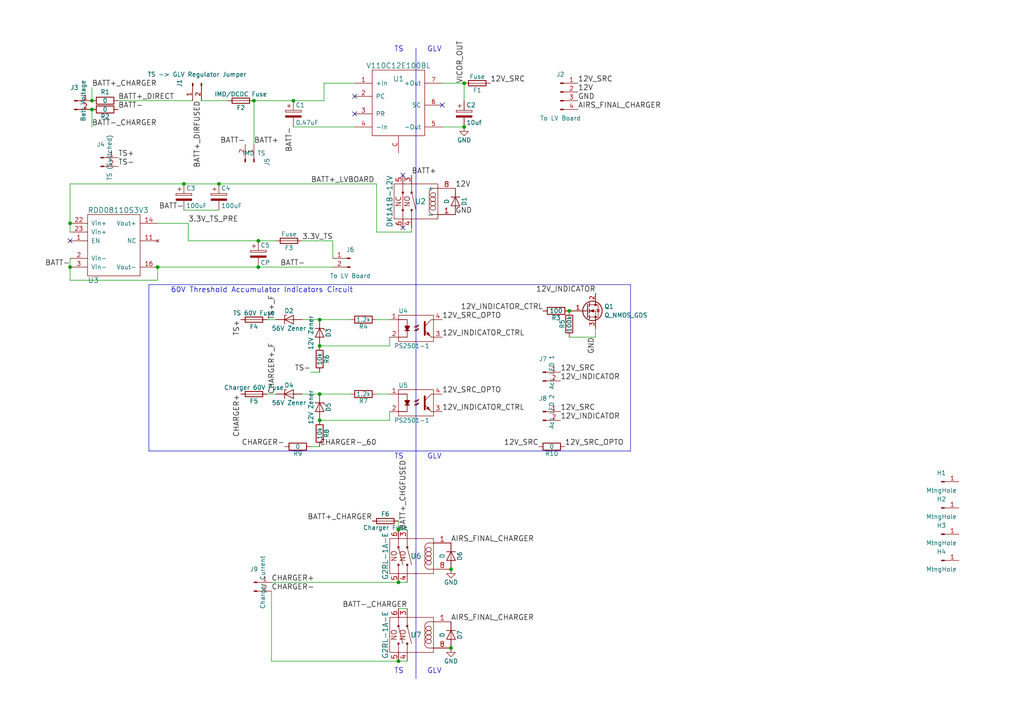
<source format=kicad_sch>
(kicad_sch (version 20230121) (generator eeschema)
  (paper "A4")
  (lib_symbols
    (symbol "AccumulatorBoardHV-rescue:CP" (pin_numbers hide) (pin_names (offset 0.254))
      (property "Reference" "C" (at 0.635 2.54 0))
      (property "Value" "CP" (at 0.635 -2.54 0))
      (symbol "CP_0_1"
        (rectangle (start -2.286 0.508) (end -2.286 1.016))
        (rectangle (start -2.286 0.508) (end 2.286 0.508))
        (polyline (pts (xy -1.778 2.286) (xy -0.762 2.286)))
        (polyline (pts (xy -1.27 2.794) (xy -1.27 1.778)))
        (rectangle (start 2.286 -0.508) (end -2.286 -1.016) (fill (type outline)))
        (rectangle (start 2.286 1.016) (end -2.286 1.016))
        (rectangle (start 2.286 1.016) (end 2.286 0.508))
      )
      (symbol "CP_1_1"
        (pin passive line (at 0 3.81 270) (length 2.794) (name "~") (number "1"))
        (pin passive line (at 0 -3.81 90) (length 2.794) (name "~") (number "2"))
      )
    )
    (symbol "AccumulatorBoardHV-rescue:Conn_01x01_Male" (pin_names (offset 1.016) hide)
      (property "Reference" "J" (at 0 2.54 0))
      (property "Value" "Conn_01x01_Male" (at 0 -2.54 0))
      (symbol "Conn_01x01_Male_1_1"
        (polyline (pts (xy 1.27 0) (xy 0.8636 0)) (stroke (width 0.1524)))
        (rectangle (start 0.8636 0.127) (end 0 -0.127) (stroke (width 0.1524)) (fill (type outline)))
        (pin passive line (at 5.08 0 180) (length 3.81) (name "Pin_1") (number "1"))
      )
    )
    (symbol "AccumulatorBoardHV-rescue:Conn_01x02_Male" (pin_names (offset 1.016) hide)
      (property "Reference" "J" (at 0 2.54 0))
      (property "Value" "Conn_01x02_Male" (at 0 -5.08 0))
      (symbol "Conn_01x02_Male_1_1"
        (polyline (pts (xy 1.27 -2.54) (xy 0.8636 -2.54)) (stroke (width 0.1524)))
        (polyline (pts (xy 1.27 0) (xy 0.8636 0)) (stroke (width 0.1524)))
        (rectangle (start 0.8636 -2.413) (end 0 -2.667) (stroke (width 0.1524)) (fill (type outline)))
        (rectangle (start 0.8636 0.127) (end 0 -0.127) (stroke (width 0.1524)) (fill (type outline)))
        (pin passive line (at 5.08 0 180) (length 3.81) (name "Pin_1") (number "1"))
        (pin passive line (at 5.08 -2.54 180) (length 3.81) (name "Pin_2") (number "2"))
      )
    )
    (symbol "AccumulatorBoardHV-rescue:Conn_01x04_Male" (pin_names (offset 1.016) hide)
      (property "Reference" "J" (at 0 5.08 0))
      (property "Value" "Conn_01x04_Male" (at 0 -7.62 0))
      (symbol "Conn_01x04_Male_1_1"
        (polyline (pts (xy 1.27 -5.08) (xy 0.8636 -5.08)) (stroke (width 0.1524)))
        (polyline (pts (xy 1.27 -2.54) (xy 0.8636 -2.54)) (stroke (width 0.1524)))
        (polyline (pts (xy 1.27 0) (xy 0.8636 0)) (stroke (width 0.1524)))
        (polyline (pts (xy 1.27 2.54) (xy 0.8636 2.54)) (stroke (width 0.1524)))
        (rectangle (start 0.8636 -4.953) (end 0 -5.207) (stroke (width 0.1524)) (fill (type outline)))
        (rectangle (start 0.8636 -2.413) (end 0 -2.667) (stroke (width 0.1524)) (fill (type outline)))
        (rectangle (start 0.8636 0.127) (end 0 -0.127) (stroke (width 0.1524)) (fill (type outline)))
        (rectangle (start 0.8636 2.667) (end 0 2.413) (stroke (width 0.1524)) (fill (type outline)))
        (pin passive line (at 5.08 2.54 180) (length 3.81) (name "Pin_1") (number "1"))
        (pin passive line (at 5.08 0 180) (length 3.81) (name "Pin_2") (number "2"))
        (pin passive line (at 5.08 -2.54 180) (length 3.81) (name "Pin_3") (number "3"))
        (pin passive line (at 5.08 -5.08 180) (length 3.81) (name "Pin_4") (number "4"))
      )
    )
    (symbol "AccumulatorBoardHV-rescue:D" (pin_numbers hide) (pin_names (offset 1.016) hide)
      (property "Reference" "D" (at 0 2.54 0))
      (property "Value" "D" (at 0 -2.54 0))
      (symbol "D_0_1"
        (polyline (pts (xy -1.27 1.27) (xy -1.27 -1.27)) (stroke (width 0.2032)))
        (polyline (pts (xy 1.27 0) (xy -1.27 0)))
        (polyline (pts (xy 1.27 1.27) (xy 1.27 -1.27) (xy -1.27 0) (xy 1.27 1.27)) (stroke (width 0.2032)))
      )
      (symbol "D_1_1"
        (pin passive line (at -3.81 0 0) (length 2.54) (name "K") (number "1"))
        (pin passive line (at 3.81 0 180) (length 2.54) (name "A") (number "2"))
      )
    )
    (symbol "AccumulatorBoardHV-rescue:DK1A1B-12V" (pin_names (offset 1.016))
      (property "Reference" "U" (at -2.54 0 0))
      (property "Value" "DK1A1B-12V" (at 6.35 0 90))
      (symbol "DK1A1B-12V_0_0"
        (text "NC" (at 3.81 0 900) (effects (font (size 1.524 1.524))))
        (text "NO" (at 1.27 0 900) (effects (font (size 1.524 1.524))))
      )
      (symbol "DK1A1B-12V_0_1"
        (arc (start -6.35 -3.81) (mid -5.0855 -2.54) (end -6.35 -1.27) (stroke (width 0.1524)))
        (arc (start -6.35 -2.54) (mid -5.0855 -1.27) (end -6.35 0) (stroke (width 0.1524)))
        (arc (start -6.35 -1.27) (mid -6.9823 -1.905) (end -6.35 -2.54) (stroke (width 0.1524)))
        (arc (start -6.35 -1.27) (mid -5.0855 0) (end -6.35 1.27) (stroke (width 0.1524)))
        (arc (start -6.35 0) (mid -6.9823 -0.635) (end -6.35 -1.27) (stroke (width 0.1524)))
        (arc (start -6.35 0) (mid -5.0855 1.27) (end -6.35 2.54) (stroke (width 0.1524)))
        (arc (start -6.35 1.27) (mid -6.9823 0.635) (end -6.35 0) (stroke (width 0.1524)))
        (arc (start -6.35 1.27) (mid -5.0855 2.54) (end -6.35 3.81) (stroke (width 0.1524)))
        (arc (start -6.35 2.54) (mid -6.9823 1.905) (end -6.35 1.27) (stroke (width 0.1524)))
        (circle (center 0 -2.54) (radius 0.254) (stroke (width 0.1524)) (fill (type outline)))
        (polyline (pts (xy -7.62 -3.81) (xy -6.35 -3.81)) (stroke (width 0.1524)))
        (polyline (pts (xy -7.62 3.81) (xy -6.35 3.81)) (stroke (width 0.1524)))
        (polyline (pts (xy 0 -5.08) (xy 0 -2.54)) (stroke (width 0.1524)))
        (polyline (pts (xy 2.54 -5.08) (xy 2.54 5.08)) (stroke (width 0.1524)) (fill (type outline)))
        (polyline (pts (xy 0 5.08) (xy 0 2.54) (xy -1.27 -2.54)) (stroke (width 0.1524)))
        (circle (center 0 2.54) (radius 0.254) (stroke (width 0.1524)) (fill (type outline)))
        (circle (center 2.54 -2.54) (radius 0.254) (stroke (width 0.1524)) (fill (type outline)))
        (circle (center 2.54 2.54) (radius 0.254) (stroke (width 0.1524)) (fill (type outline)))
        (rectangle (start 5.08 5.08) (end -7.62 -5.08) (stroke (width 0.1524)))
      )
      (symbol "DK1A1B-12V_1_1"
        (pin power_in line (at -12.7 -3.81 0) (length 5.08) (name "-") (number "1"))
        (pin passive line (at 0 7.62 270) (length 2.54) (name "~") (number "3"))
        (pin passive line (at 0 -7.62 90) (length 2.54) (name "~") (number "4"))
        (pin passive line (at 2.54 7.62 270) (length 2.54) (name "~") (number "5"))
        (pin passive line (at 2.54 -7.62 90) (length 2.54) (name "~") (number "6"))
        (pin power_in line (at -12.7 3.81 0) (length 5.08) (name "+") (number "8"))
      )
    )
    (symbol "AccumulatorBoardHV-rescue:D_Zener" (pin_numbers hide) (pin_names (offset 1.016) hide)
      (property "Reference" "D" (at 0 2.54 0))
      (property "Value" "D_Zener" (at 0 -2.54 0))
      (symbol "D_Zener_0_1"
        (polyline (pts (xy 1.27 0) (xy -1.27 0)))
        (polyline (pts (xy -1.27 -1.27) (xy -1.27 1.27) (xy -0.762 1.27)) (stroke (width 0.2032)))
        (polyline (pts (xy 1.27 -1.27) (xy 1.27 1.27) (xy -1.27 0) (xy 1.27 -1.27)) (stroke (width 0.2032)))
      )
      (symbol "D_Zener_1_1"
        (pin passive line (at -3.81 0 0) (length 2.54) (name "K") (number "1"))
        (pin passive line (at 3.81 0 180) (length 2.54) (name "A") (number "2"))
      )
    )
    (symbol "AccumulatorBoardHV-rescue:Fuse" (pin_numbers hide) (pin_names (offset 0))
      (property "Reference" "F" (at 2.032 0 90))
      (property "Value" "Fuse" (at -1.905 0 90))
      (symbol "Fuse_0_1"
        (rectangle (start -0.762 -2.54) (end 0.762 2.54) (stroke (width 0.254)))
        (polyline (pts (xy 0 2.54) (xy 0 -2.54)))
      )
      (symbol "Fuse_1_1"
        (pin passive line (at 0 3.81 270) (length 1.27) (name "~") (number "1"))
        (pin passive line (at 0 -3.81 90) (length 1.27) (name "~") (number "2"))
      )
    )
    (symbol "AccumulatorBoardHV-rescue:G2RL-1A-E" (pin_names (offset 1.016))
      (property "Reference" "U" (at -2.54 0 0))
      (property "Value" "G2RL-1A-E" (at 6.35 0 90))
      (symbol "G2RL-1A-E_0_0"
        (text "NO" (at 1.27 0 900) (effects (font (size 1.524 1.524))))
        (text "NO" (at 3.81 0 900) (effects (font (size 1.524 1.524))))
      )
      (symbol "G2RL-1A-E_0_1"
        (arc (start -6.35 -3.81) (mid -5.0855 -2.54) (end -6.35 -1.27) (stroke (width 0.1524)))
        (arc (start -6.35 -2.54) (mid -5.0855 -1.27) (end -6.35 0) (stroke (width 0.1524)))
        (arc (start -6.35 -1.27) (mid -6.9823 -1.905) (end -6.35 -2.54) (stroke (width 0.1524)))
        (arc (start -6.35 -1.27) (mid -5.0855 0) (end -6.35 1.27) (stroke (width 0.1524)))
        (arc (start -6.35 0) (mid -6.9823 -0.635) (end -6.35 -1.27) (stroke (width 0.1524)))
        (arc (start -6.35 0) (mid -5.0855 1.27) (end -6.35 2.54) (stroke (width 0.1524)))
        (arc (start -6.35 1.27) (mid -6.9823 0.635) (end -6.35 0) (stroke (width 0.1524)))
        (arc (start -6.35 1.27) (mid -5.0855 2.54) (end -6.35 3.81) (stroke (width 0.1524)))
        (arc (start -6.35 2.54) (mid -6.9823 1.905) (end -6.35 1.27) (stroke (width 0.1524)))
        (circle (center 0 -2.54) (radius 0.254) (stroke (width 0.1524)) (fill (type outline)))
        (polyline (pts (xy -7.62 -3.81) (xy -6.35 -3.81)) (stroke (width 0.1524)))
        (polyline (pts (xy -7.62 3.81) (xy -6.35 3.81)) (stroke (width 0.1524)))
        (polyline (pts (xy 0 -5.08) (xy 0 -2.54)) (stroke (width 0.1524)))
        (polyline (pts (xy 2.54 -5.08) (xy 2.54 -2.54)) (stroke (width 0.1524)))
        (polyline (pts (xy 0 5.08) (xy 0 2.54) (xy -1.27 -2.54)) (stroke (width 0.1524)))
        (polyline (pts (xy 2.54 5.08) (xy 2.54 2.54) (xy 1.27 -2.54)) (stroke (width 0.1524)))
        (circle (center 0 2.54) (radius 0.254) (stroke (width 0.1524)) (fill (type outline)))
        (circle (center 2.54 -2.54) (radius 0.254) (stroke (width 0.1524)) (fill (type outline)))
        (circle (center 2.54 2.54) (radius 0.254) (stroke (width 0.1524)) (fill (type outline)))
        (rectangle (start 5.08 5.08) (end -7.62 -5.08) (stroke (width 0.1524)))
      )
      (symbol "G2RL-1A-E_1_1"
        (pin power_in line (at -12.7 3.81 0) (length 5.08) (name "~") (number "1"))
        (pin passive line (at 0 7.62 270) (length 2.54) (name "~") (number "3"))
        (pin passive line (at 0 -7.62 90) (length 2.54) (name "~") (number "4"))
        (pin passive line (at 2.54 -7.62 90) (length 2.54) (name "~") (number "5"))
        (pin passive line (at 2.54 7.62 270) (length 2.54) (name "~") (number "6"))
        (pin power_in line (at -12.7 -3.81 0) (length 5.08) (name "~") (number "8"))
      )
    )
    (symbol "AccumulatorBoardHV-rescue:GND" (power) (pin_names (offset 0))
      (property "Value" "GND" (at 0 -3.81 0))
      (symbol "GND_0_1"
        (polyline (pts (xy 0 0) (xy 0 -1.27) (xy 1.27 -1.27) (xy 0 -2.54) (xy -1.27 -1.27) (xy 0 -1.27)))
      )
      (symbol "GND_1_1"
        (pin power_in line (at 0 0 270) (length 0) hide (name "GND") (number "1"))
      )
    )
    (symbol "AccumulatorBoardHV-rescue:PS2501-1" (pin_names (offset 1.016))
      (property "Reference" "U" (at -5.08 5.08 0))
      (property "Value" "PS2501-1" (at -6.35 -5.08 0))
      (symbol "PS2501-1_0_1"
        (rectangle (start -5.08 3.81) (end 5.08 -3.81))
        (polyline (pts (xy -3.175 -0.635) (xy -1.905 -0.635)) (stroke (width 0.254)))
        (polyline (pts (xy -3.175 -0.635) (xy -1.905 -0.635)) (stroke (width 0.254)))
        (polyline (pts (xy 2.54 0.635) (xy 4.445 2.54)))
        (polyline (pts (xy 4.445 -2.54) (xy 2.54 -0.635)) (fill (type outline)))
        (polyline (pts (xy 4.445 -2.54) (xy 5.08 -2.54)))
        (polyline (pts (xy 4.445 2.54) (xy 5.08 2.54)))
        (polyline (pts (xy -5.08 2.54) (xy -2.54 2.54) (xy -2.54 0.635)))
        (polyline (pts (xy -5.08 2.54) (xy -2.54 2.54) (xy -2.54 0.635)))
        (polyline (pts (xy -2.54 -0.635) (xy -2.54 -2.54) (xy -5.08 -2.54)))
        (polyline (pts (xy -2.54 -0.635) (xy -2.54 -2.54) (xy -5.08 -2.54)))
        (polyline (pts (xy 2.54 1.905) (xy 2.54 -1.905) (xy 2.54 -1.905)) (stroke (width 0.508)))
        (polyline (pts (xy -2.54 -0.635) (xy -3.175 0.635) (xy -1.905 0.635) (xy -2.54 -0.635)) (stroke (width 0.254)) (fill (type outline)))
        (polyline (pts (xy -2.54 -0.635) (xy -3.175 0.635) (xy -1.905 0.635) (xy -2.54 -0.635)) (stroke (width 0.254)) (fill (type outline)))
        (polyline (pts (xy -0.508 0.254) (xy 0.0254 0.762) (xy 0.0254 0.254) (xy 0.7874 1.016)))
        (polyline (pts (xy -0.508 0.254) (xy 0.0254 0.762) (xy 0.0254 0.254) (xy 0.7874 1.016)))
        (polyline (pts (xy 0.7874 1.016) (xy 0.2794 0.762) (xy 0.5334 0.508) (xy 0.7874 1.016)))
        (polyline (pts (xy 3.048 -1.651) (xy 3.556 -1.143) (xy 4.064 -2.159) (xy 3.048 -1.651) (xy 3.048 -1.651)) (fill (type outline)))
        (polyline (pts (xy -0.508 -0.762) (xy 0.0254 -0.254) (xy 0.0254 -0.762) (xy 0.7874 0) (xy 0.2794 -0.254) (xy 0.5334 -0.508) (xy 0.7874 0)))
        (polyline (pts (xy -0.508 -0.762) (xy 0.0254 -0.254) (xy 0.0254 -0.762) (xy 0.7874 0) (xy 0.2794 -0.254) (xy 0.5334 -0.508) (xy 0.7874 0)))
      )
      (symbol "PS2501-1_1_1"
        (pin passive line (at -7.62 2.54 0) (length 2.54) (name "~") (number "1"))
        (pin passive line (at -7.62 -2.54 0) (length 2.54) (name "~") (number "2"))
        (pin passive line (at 7.62 -2.54 180) (length 2.54) (name "~") (number "3"))
        (pin passive line (at 7.62 2.54 180) (length 2.54) (name "~") (number "4"))
      )
    )
    (symbol "AccumulatorBoardHV-rescue:Q_NMOS_GDS" (pin_names (offset 0) hide)
      (property "Reference" "Q" (at 5.08 1.27 0))
      (property "Value" "Q_NMOS_GDS" (at 5.08 -1.27 0))
      (symbol "Q_NMOS_GDS_0_1"
        (polyline (pts (xy 0.0508 0) (xy 0.254 0)))
        (polyline (pts (xy 0.762 -1.778) (xy 2.54 -1.778)))
        (polyline (pts (xy 0.762 -1.27) (xy 0.762 -2.286)) (stroke (width 0.254)))
        (polyline (pts (xy 0.762 0) (xy 2.54 0)))
        (polyline (pts (xy 0.762 0.508) (xy 0.762 -0.508)) (stroke (width 0.254)))
        (polyline (pts (xy 0.762 1.778) (xy 2.54 1.778)))
        (polyline (pts (xy 0.762 2.286) (xy 0.762 1.27)) (stroke (width 0.254)))
        (polyline (pts (xy 2.54 -1.778) (xy 2.54 -2.54)))
        (polyline (pts (xy 2.54 -1.778) (xy 2.54 0)))
        (polyline (pts (xy 2.54 2.54) (xy 2.54 1.778)))
        (polyline (pts (xy 0.254 1.905) (xy 0.254 -1.905) (xy 0.254 -1.905)) (stroke (width 0.254)))
        (polyline (pts (xy 1.016 0) (xy 2.032 0.381) (xy 2.032 -0.381) (xy 1.016 0)) (fill (type outline)))
        (polyline (pts (xy 2.54 -1.778) (xy 3.302 -1.778) (xy 3.302 1.778) (xy 2.54 1.778)))
        (polyline (pts (xy 2.794 0.508) (xy 2.921 0.381) (xy 3.683 0.381) (xy 3.81 0.254)))
        (polyline (pts (xy 3.302 0.381) (xy 2.921 -0.254) (xy 3.683 -0.254) (xy 3.302 0.381)))
        (circle (center 1.651 0) (radius 2.8194) (stroke (width 0.254)))
        (circle (center 2.54 -1.778) (radius 0.2794) (fill (type outline)))
        (circle (center 2.54 1.778) (radius 0.2794) (fill (type outline)))
      )
      (symbol "Q_NMOS_GDS_1_1"
        (pin input line (at -5.08 0 0) (length 5.08) (name "G") (number "1"))
        (pin passive line (at 2.54 5.08 270) (length 2.54) (name "D") (number "2"))
        (pin passive line (at 2.54 -5.08 90) (length 2.54) (name "S") (number "3"))
      )
    )
    (symbol "AccumulatorBoardHV-rescue:R" (pin_numbers hide) (pin_names (offset 0))
      (property "Reference" "R" (at 2.032 0 90))
      (property "Value" "R" (at 0 0 90))
      (symbol "R_0_1"
        (rectangle (start -1.016 -2.54) (end 1.016 2.54) (stroke (width 0.254)))
      )
      (symbol "R_1_1"
        (pin passive line (at 0 3.81 270) (length 1.27) (name "~") (number "1"))
        (pin passive line (at 0 -3.81 90) (length 1.27) (name "~") (number "2"))
      )
    )
    (symbol "AccumulatorBoardHV-rescue:RDD08110S3V3" (pin_names (offset 1.016))
      (property "Reference" "U" (at -7.62 -10.16 0))
      (property "Value" "RDD08110S3V3" (at -7.62 10.16 0))
      (symbol "RDD08110S3V3_0_1"
        (rectangle (start -7.62 8.89) (end 7.62 -8.89))
      )
      (symbol "RDD08110S3V3_1_1"
        (pin input line (at -12.7 1.27 0) (length 5.08) (name "EN") (number "1"))
        (pin no_connect line (at 12.7 1.27 180) (length 5.08) (name "NC") (number "11"))
        (pin power_out line (at 12.7 6.35 180) (length 5.08) (name "Vout+") (number "14"))
        (pin power_out line (at 12.7 -6.35 180) (length 5.08) (name "Vout-") (number "16"))
        (pin power_in line (at -12.7 -3.81 0) (length 5.08) (name "Vin-") (number "2"))
        (pin power_in line (at -12.7 6.35 0) (length 5.08) (name "Vin+") (number "22"))
        (pin power_in line (at -12.7 3.81 0) (length 5.08) (name "Vin+") (number "23"))
        (pin power_in line (at -12.7 -6.35 0) (length 5.08) (name "Vin-") (number "3"))
      )
    )
    (symbol "AccumulatorBoardHV-rescue:V110C12E100BL" (pin_names (offset 1.016))
      (property "Reference" "U" (at 0 7.62 0))
      (property "Value" "V110C12E100BL" (at 0 11.43 0))
      (symbol "V110C12E100BL_0_1"
        (rectangle (start -7.62 10.16) (end 7.62 -8.89))
      )
      (symbol "V110C12E100BL_1_1"
        (pin input line (at -12.7 6.35 0) (length 5.08) (name "+In") (number "1"))
        (pin input line (at -12.7 2.54 0) (length 5.08) (name "PC") (number "2"))
        (pin input line (at -12.7 -2.54 0) (length 5.08) (name "PR") (number "3"))
        (pin input line (at -12.7 -6.35 0) (length 5.08) (name "-In") (number "4"))
        (pin input line (at 12.7 -6.35 180) (length 5.08) (name "-Out") (number "5"))
        (pin input line (at 12.7 0 180) (length 5.08) (name "SC") (number "6"))
        (pin input line (at 12.7 6.35 180) (length 5.08) (name "+Out") (number "7"))
        (pin input line (at 0 -13.97 90) (length 5.08) (name "~") (number "C"))
      )
    )
  )
  (junction (at 130.81 187.96))
  (junction (at 45.72 77.47))
  (junction (at 165.1 90.17))
  (junction (at 53.34 53.34))
  (junction (at 134.62 24.13))
  (junction (at 73.66 29.21))
  (junction (at 134.62 36.83))
  (junction (at 20.32 77.47))
  (junction (at 74.93 77.47))
  (junction (at 26.67 31.75))
  (junction (at 92.71 92.71))
  (junction (at 85.09 29.21))
  (junction (at 20.32 64.77))
  (junction (at 74.93 69.85))
  (junction (at 92.71 114.3))
  (junction (at 26.67 29.21))
  (junction (at 92.71 121.92))
  (junction (at 115.57 168.91))
  (junction (at 92.71 100.33))
  (junction (at 130.81 165.1))
  (junction (at 63.5 53.34))
  (junction (at 115.57 191.77))
  (junction (at 115.57 153.67))
  (no_connect (at 20.32 69.85))
  (no_connect (at 102.87 33.02))
  (no_connect (at 102.87 27.94))
  (no_connect (at 128.27 30.48))
  (no_connect (at 116.84 66.04))
  (no_connect (at 116.84 50.8))
  (wire (pts (xy 77.47 92.71) (xy 80.01 92.71)))
  (wire (pts (xy 92.71 107.95) (xy 90.17 107.95)))
  (polyline (pts (xy 182.88 130.81) (xy 182.88 82.55)))
  (wire (pts (xy 20.32 74.93) (xy 20.32 77.47)))
  (wire (pts (xy 115.57 168.91) (xy 118.11 168.91)))
  (wire (pts (xy 119.38 67.31) (xy 109.22 67.31)))
  (wire (pts (xy 54.61 69.85) (xy 74.93 69.85)))
  (wire (pts (xy 165.1 97.79) (xy 172.72 97.79)))
  (wire (pts (xy 26.67 29.21) (xy 26.67 25.4)))
  (wire (pts (xy 77.47 114.3) (xy 80.01 114.3)))
  (wire (pts (xy 87.63 114.3) (xy 92.71 114.3)))
  (wire (pts (xy 115.57 153.67) (xy 118.11 153.67)))
  (wire (pts (xy 20.32 53.34) (xy 20.32 64.77)))
  (wire (pts (xy 119.38 66.04) (xy 119.38 67.31)))
  (wire (pts (xy 96.52 69.85) (xy 96.52 74.93)))
  (wire (pts (xy 172.72 97.79) (xy 172.72 95.25)))
  (wire (pts (xy 93.98 24.13) (xy 102.87 24.13)))
  (wire (pts (xy 134.62 24.13) (xy 134.62 29.21)))
  (wire (pts (xy 109.22 67.31) (xy 109.22 53.34)))
  (wire (pts (xy 45.72 77.47) (xy 74.93 77.47)))
  (wire (pts (xy 93.98 29.21) (xy 93.98 24.13)))
  (wire (pts (xy 113.03 121.92) (xy 113.03 119.38)))
  (wire (pts (xy 20.32 53.34) (xy 53.34 53.34)))
  (wire (pts (xy 113.03 100.33) (xy 113.03 97.79)))
  (wire (pts (xy 92.71 92.71) (xy 101.6 92.71)))
  (wire (pts (xy 92.71 121.92) (xy 113.03 121.92)))
  (wire (pts (xy 92.71 100.33) (xy 113.03 100.33)))
  (wire (pts (xy 78.74 171.45) (xy 78.74 191.77)))
  (wire (pts (xy 74.93 77.47) (xy 96.52 77.47)))
  (polyline (pts (xy 43.18 82.55) (xy 182.88 82.55)))
  (wire (pts (xy 20.32 81.28) (xy 45.72 81.28)))
  (wire (pts (xy 63.5 60.96) (xy 53.34 60.96)))
  (wire (pts (xy 87.63 92.71) (xy 92.71 92.71)))
  (wire (pts (xy 74.93 69.85) (xy 80.01 69.85)))
  (wire (pts (xy 58.42 29.21) (xy 66.04 29.21)))
  (wire (pts (xy 115.57 191.77) (xy 118.11 191.77)))
  (wire (pts (xy 85.09 36.83) (xy 102.87 36.83)))
  (wire (pts (xy 73.66 29.21) (xy 85.09 29.21)))
  (wire (pts (xy 78.74 191.77) (xy 115.57 191.77)))
  (wire (pts (xy 87.63 69.85) (xy 96.52 69.85)))
  (wire (pts (xy 128.27 24.13) (xy 134.62 24.13)))
  (wire (pts (xy 92.71 114.3) (xy 101.6 114.3)))
  (wire (pts (xy 113.03 92.71) (xy 109.22 92.71)))
  (wire (pts (xy 45.72 81.28) (xy 45.72 77.47)))
  (wire (pts (xy 73.66 41.91) (xy 73.66 29.21)))
  (wire (pts (xy 20.32 77.47) (xy 20.32 81.28)))
  (polyline (pts (xy 120.65 196.85) (xy 120.65 13.97)))
  (wire (pts (xy 54.61 64.77) (xy 54.61 69.85)))
  (wire (pts (xy 92.71 129.54) (xy 90.17 129.54)))
  (wire (pts (xy 115.57 153.67) (xy 115.57 151.13)))
  (wire (pts (xy 20.32 64.77) (xy 20.32 67.31)))
  (wire (pts (xy 109.22 114.3) (xy 113.03 114.3)))
  (wire (pts (xy 85.09 29.21) (xy 93.98 29.21)))
  (wire (pts (xy 63.5 53.34) (xy 109.22 53.34)))
  (wire (pts (xy 78.74 168.91) (xy 115.57 168.91)))
  (polyline (pts (xy 43.18 82.55) (xy 43.18 130.81)))
  (wire (pts (xy 34.29 29.21) (xy 55.88 29.21)))
  (wire (pts (xy 45.72 64.77) (xy 54.61 64.77)))
  (wire (pts (xy 26.67 31.75) (xy 26.67 36.83)))
  (polyline (pts (xy 43.18 130.81) (xy 182.88 130.81)))
  (wire (pts (xy 128.27 36.83) (xy 134.62 36.83)))
  (wire (pts (xy 118.11 176.53) (xy 115.57 176.53)))
  (wire (pts (xy 53.34 53.34) (xy 63.5 53.34)))
  (text "TS      GLV" (at 114.3 133.35 0) (effects (font (size 1.524 1.524)) (justify left bottom)))
  (text "TS      GLV" (at 114.3 15.24 0) (effects (font (size 1.524 1.524)) (justify left bottom)))
  (text "60V Threshold Accumulator Indicators Circuit" (at 49.53 85.09 0) (effects (font (size 1.524 1.524)) (justify left bottom)))
  (text "TS      GLV" (at 114.3 195.58 0) (effects (font (size 1.524 1.524)) (justify left bottom)))
  (label "CHARGER-" (at 82.55 129.54 180) (effects (font (size 1.524 1.524))))
  (label "12V_SRC" (at 162.56 107.95 0) (effects (font (size 1.524 1.524))))
  (label "3.3V_TS" (at 87.63 69.85 0) (effects (font (size 1.524 1.524))))
  (label "TS+" (at 69.85 92.71 270) (effects (font (size 1.524 1.524))))
  (label "12V_INDICATOR" (at 162.56 121.92 0) (effects (font (size 1.524 1.524))))
  (label "12V" (at 132.08 54.61 0) (effects (font (size 1.524 1.524))))
  (label "CHARGER-" (at 78.74 171.45 0) (effects (font (size 1.524 1.524))))
  (label "BATT+_LVBOARD" (at 90.17 53.34 0) (effects (font (size 1.524 1.524))))
  (label "VICOR_OUT" (at 134.62 24.13 90) (effects (font (size 1.524 1.524))))
  (label "BATT+_CHGFUSED" (at 118.11 153.67 90) (effects (font (size 1.524 1.524))))
  (label "12V" (at 167.64 26.67 0) (effects (font (size 1.524 1.524))))
  (label "12V_SRC_OPTO" (at 128.27 114.3 0) (effects (font (size 1.524 1.524))))
  (label "CHARGER+" (at 78.74 168.91 0) (effects (font (size 1.524 1.524))))
  (label "BATT+_DIRECT" (at 34.29 29.21 0) (effects (font (size 1.524 1.524))))
  (label "BATT-" (at 34.29 31.75 0) (effects (font (size 1.524 1.524))))
  (label "BATT-" (at 53.34 60.96 180) (effects (font (size 1.524 1.524))))
  (label "BATT-" (at 20.32 77.47 180) (effects (font (size 1.524 1.524))))
  (label "BATT+_CHARGER" (at 26.67 25.4 0) (effects (font (size 1.524 1.524))))
  (label "12V_SRC_OPTO" (at 128.27 92.71 0) (effects (font (size 1.524 1.524))))
  (label "12V_INDICATOR_CTRL" (at 157.48 90.17 180) (effects (font (size 1.524 1.524))))
  (label "BATT-" (at 85.09 36.83 270) (effects (font (size 1.524 1.524))))
  (label "BATT+" (at 73.66 41.91 0) (effects (font (size 1.524 1.524))))
  (label "12V_INDICATOR_CTRL" (at 128.27 97.79 0) (effects (font (size 1.524 1.524))))
  (label "AIRS_FINAL_CHARGER" (at 130.81 157.48 0) (effects (font (size 1.524 1.524))))
  (label "BATT+_DIRFUSED" (at 58.42 29.21 270) (effects (font (size 1.524 1.524))))
  (label "12V_INDICATOR" (at 162.56 110.49 0) (effects (font (size 1.524 1.524))))
  (label "CHARGER-_60" (at 92.71 129.54 0) (effects (font (size 1.524 1.524))))
  (label "GND" (at 167.64 29.21 0) (effects (font (size 1.524 1.524))))
  (label "12V_INDICATOR" (at 172.72 85.09 180) (effects (font (size 1.524 1.524))))
  (label "12V_SRC_OPTO" (at 163.83 129.54 0) (effects (font (size 1.524 1.524))))
  (label "CHARGER+" (at 69.85 114.3 270) (effects (font (size 1.524 1.524))))
  (label "12V_SRC" (at 156.21 129.54 180) (effects (font (size 1.524 1.524))))
  (label "3.3V_TS_PRE" (at 54.61 64.77 0) (effects (font (size 1.524 1.524))))
  (label "GND" (at 132.08 62.23 0) (effects (font (size 1.524 1.524))))
  (label "BATT-_CHARGER" (at 26.67 36.83 0) (effects (font (size 1.524 1.524))))
  (label "TS+" (at 34.29 45.72 0) (effects (font (size 1.524 1.524))))
  (label "BATT+" (at 119.38 50.8 0) (effects (font (size 1.524 1.524))))
  (label "BATT-" (at 81.28 77.47 0) (effects (font (size 1.524 1.524))))
  (label "12V_SRC" (at 162.56 119.38 0) (effects (font (size 1.524 1.524))))
  (label "AIRS_FINAL_CHARGER" (at 130.81 180.34 0) (effects (font (size 1.524 1.524))))
  (label "TS+_F" (at 80.01 92.71 90) (effects (font (size 1.524 1.524))))
  (label "TS-" (at 90.17 107.95 180) (effects (font (size 1.524 1.524))))
  (label "BATT-" (at 71.12 41.91 180) (effects (font (size 1.524 1.524))))
  (label "CHARGER+_F" (at 80.01 114.3 90) (effects (font (size 1.524 1.524))))
  (label "12V_INDICATOR_CTRL" (at 128.27 119.38 0) (effects (font (size 1.524 1.524))))
  (label "TS-" (at 34.29 48.26 0) (effects (font (size 1.524 1.524))))
  (label "GND" (at 172.72 97.79 270) (effects (font (size 1.524 1.524))))
  (label "BATT+_CHARGER" (at 107.95 151.13 180) (effects (font (size 1.524 1.524))))
  (label "BATT-_CHARGER" (at 118.11 176.53 180) (effects (font (size 1.524 1.524))))
  (label "AIRS_FINAL_CHARGER" (at 167.64 31.75 0) (effects (font (size 1.524 1.524))))
  (label "12V_SRC" (at 167.64 24.13 0) (effects (font (size 1.524 1.524))))
  (label "12V_SRC" (at 142.24 24.13 0) (effects (font (size 1.524 1.524))))
  (symbol (lib_id "AccumulatorBoardHV-rescue:Conn_01x02_Male") (at 29.21 45.72 0) (unit 1)
    (property "Reference" "J4" (at 29.21 41.91 0))
    (property "Value" "TS (Switched)" (at 31.75 45.72 90))
    (property "Footprint" "Connectors_Molex:Molex_NanoFit_1x02x2.50mm_Straight" (effects hide))
  )
  (symbol (lib_id "AccumulatorBoardHV-rescue:Conn_01x02_Male") (at 21.59 29.21 0) (unit 1)
    (property "Reference" "J3" (at 21.59 25.4 0))
    (property "Value" "Batt Voltage" (at 24.13 29.21 90))
    (property "Footprint" "Connectors_Molex:Molex_MiniFit-JR-5556-02A_2x01x4.20mm_Straight" (effects hide))
  )
  (symbol (lib_id "AccumulatorBoardHV-rescue:Fuse") (at 69.85 29.21 270) (unit 1)
    (property "Reference" "F2" (at 69.85 31.242 90))
    (property "Value" "IMD/DCDC Fuse" (at 69.85 27.305 90))
    (property "Footprint" "FSFootprints:Fuseholder5x20_vert" (effects hide))
  )
  (symbol (lib_id "AccumulatorBoardHV-rescue:Conn_01x02_Male") (at 73.66 46.99 270) (mirror x) (unit 1)
    (property "Reference" "J5" (at 77.47 46.99 0))
    (property "Value" "IMD TS" (at 73.66 44.45 90))
    (property "Footprint" "Connectors_Molex:Molex_NanoFit_1x02x2.50mm_Straight" (effects hide))
  )
  (symbol (lib_id "AccumulatorBoardHV-rescue:D_Zener") (at 83.82 92.71 0) (unit 1)
    (property "Reference" "D2" (at 83.82 90.17 0))
    (property "Value" "56V Zener" (at 83.82 95.25 0))
    (property "Footprint" "Diodes_THT:D_A-405_P7.62mm_Horizontal" (effects hide))
  )
  (symbol (lib_id "AccumulatorBoardHV-rescue:D_Zener") (at 92.71 96.52 270) (unit 1)
    (property "Reference" "D3" (at 95.25 96.52 0))
    (property "Value" "12V Zener" (at 90.17 96.52 0))
    (property "Footprint" "Diodes_THT:D_A-405_P7.62mm_Horizontal" (effects hide))
  )
  (symbol (lib_id "AccumulatorBoardHV-rescue:R") (at 92.71 104.14 0) (unit 1)
    (property "Reference" "R6" (at 94.742 104.14 90))
    (property "Value" "10k" (at 92.71 104.14 90))
    (property "Footprint" "Resistors_THT:R_Axial_DIN0411_L9.9mm_D3.6mm_P12.70mm_Horizontal" (effects hide))
  )
  (symbol (lib_id "AccumulatorBoardHV-rescue:CP") (at 85.09 33.02 0) (unit 1)
    (property "Reference" "C1" (at 85.725 30.48 0) (effects (justify left)))
    (property "Value" "0.47uF" (at 85.725 35.56 0) (effects (justify left)))
    (property "Footprint" "Capacitors_THT:CP_Radial_D8.0mm_P2.50mm" (effects hide))
  )
  (symbol (lib_id "AccumulatorBoardHV-rescue:Conn_01x02_Male") (at 55.88 24.13 90) (mirror x) (unit 1)
    (property "Reference" "J1" (at 52.07 24.13 0))
    (property "Value" "TS -> GLV Regulator Jumper" (at 57.15 21.59 90))
    (property "Footprint" "Connectors_Molex:Molex_NanoFit_1x02x2.50mm_Straight" (effects hide))
  )
  (symbol (lib_id "AccumulatorBoardHV-rescue:V110C12E100BL") (at 115.57 30.48 0) (unit 1)
    (property "Reference" "U1" (at 115.57 22.86 0) (effects (font (size 1.524 1.524))))
    (property "Value" "V110C12E100BL" (at 115.57 19.05 0) (effects (font (size 1.524 1.524))))
    (property "Footprint" "FSFootprints:Vicor_Micro" (effects hide))
  )
  (symbol (lib_id "AccumulatorBoardHV-rescue:Conn_01x02_Male") (at 157.48 107.95 0) (unit 1)
    (property "Reference" "J7" (at 157.48 104.14 0))
    (property "Value" "Acc LED 1" (at 160.02 107.95 90))
    (property "Footprint" "Connectors_Molex:Molex_NanoFit_1x02x2.50mm_Straight" (effects hide))
  )
  (symbol (lib_id "AccumulatorBoardHV-rescue:GND") (at 134.62 36.83 0) (unit 1)
    (property "Reference" "#PWR01" (effects hide))
    (property "Value" "GND" (at 134.62 40.64 0))
  )
  (symbol (lib_id "AccumulatorBoardHV-rescue:Conn_01x02_Male") (at 157.48 119.38 0) (unit 1)
    (property "Reference" "J8" (at 157.48 115.57 0))
    (property "Value" "Acc LED 2" (at 160.02 119.38 90))
    (property "Footprint" "Connectors_Molex:Molex_NanoFit_1x02x2.50mm_Straight" (effects hide))
  )
  (symbol (lib_id "AccumulatorBoardHV-rescue:Fuse") (at 138.43 24.13 270) (unit 1)
    (property "Reference" "F1" (at 138.43 26.162 90))
    (property "Value" "Fuse" (at 138.43 22.225 90))
    (property "Footprint" "FSFootprints:SMD Fuse" (effects hide))
  )
  (symbol (lib_id "AccumulatorBoardHV-rescue:Fuse") (at 73.66 92.71 270) (unit 1)
    (property "Reference" "F4" (at 73.66 94.742 90))
    (property "Value" "TS 60V Fuse" (at 73.66 90.805 90))
    (property "Footprint" "FSFootprints:SMD Fuse" (effects hide))
  )
  (symbol (lib_id "AccumulatorBoardHV-rescue:CP") (at 134.62 33.02 0) (unit 1)
    (property "Reference" "C2" (at 135.255 30.48 0) (effects (justify left)))
    (property "Value" "10uf" (at 135.255 35.56 0) (effects (justify left)))
    (property "Footprint" "Capacitors_THT:CP_Radial_D8.0mm_P2.50mm" (effects hide))
  )
  (symbol (lib_id "AccumulatorBoardHV-rescue:GND") (at 130.81 165.1 0) (unit 1)
    (property "Reference" "#PWR02" (effects hide))
    (property "Value" "GND" (at 130.81 168.91 0))
  )
  (symbol (lib_id "AccumulatorBoardHV-rescue:GND") (at 130.81 187.96 0) (unit 1)
    (property "Reference" "#PWR03" (effects hide))
    (property "Value" "GND" (at 130.81 191.77 0))
  )
  (symbol (lib_id "AccumulatorBoardHV-rescue:Conn_01x02_Male") (at 73.66 168.91 0) (unit 1)
    (property "Reference" "J9" (at 73.66 165.1 0))
    (property "Value" "Charger Current" (at 76.2 168.91 90))
    (property "Footprint" "Connectors_Molex:Molex_MiniFit-JR-5556-02A_2x01x4.20mm_Straight" (effects hide))
  )
  (symbol (lib_id "AccumulatorBoardHV-rescue:D_Zener") (at 83.82 114.3 0) (unit 1)
    (property "Reference" "D4" (at 83.82 111.76 0))
    (property "Value" "56V Zener" (at 83.82 116.84 0))
    (property "Footprint" "Diodes_THT:D_A-405_P7.62mm_Horizontal" (effects hide))
  )
  (symbol (lib_id "AccumulatorBoardHV-rescue:D_Zener") (at 92.71 118.11 270) (unit 1)
    (property "Reference" "D5" (at 95.25 118.11 0))
    (property "Value" "12V Zener" (at 90.17 118.11 0))
    (property "Footprint" "Diodes_THT:D_A-405_P7.62mm_Horizontal" (effects hide))
  )
  (symbol (lib_id "AccumulatorBoardHV-rescue:R") (at 92.71 125.73 0) (unit 1)
    (property "Reference" "R8" (at 94.742 125.73 90))
    (property "Value" "10k" (at 92.71 125.73 90))
    (property "Footprint" "Resistors_THT:R_Axial_DIN0411_L9.9mm_D3.6mm_P12.70mm_Horizontal" (effects hide))
  )
  (symbol (lib_id "AccumulatorBoardHV-rescue:Fuse") (at 73.66 114.3 270) (unit 1)
    (property "Reference" "F5" (at 73.66 116.332 90))
    (property "Value" "Charger 60V Fuse" (at 73.66 112.395 90))
    (property "Footprint" "FSFootprints:SMD Fuse" (effects hide))
  )
  (symbol (lib_id "AccumulatorBoardHV-rescue:R") (at 105.41 114.3 270) (unit 1)
    (property "Reference" "R7" (at 105.41 116.332 90))
    (property "Value" "1.2k" (at 105.41 114.3 90))
    (property "Footprint" "Resistors_THT:R_Axial_DIN0207_L6.3mm_D2.5mm_P10.16mm_Horizontal" (effects hide))
  )
  (symbol (lib_id "AccumulatorBoardHV-rescue:DK1A1B-12V") (at 119.38 58.42 0) (mirror y) (unit 1)
    (property "Reference" "U2" (at 121.92 58.42 0) (effects (font (size 1.524 1.524))))
    (property "Value" "DK1A1B-12V" (at 113.03 58.42 90) (effects (font (size 1.524 1.524))))
    (property "Footprint" "FSFootprints:DK1A1B-12V" (effects hide))
  )
  (symbol (lib_id "AccumulatorBoardHV-rescue:CP") (at 53.34 57.15 0) (unit 1)
    (property "Reference" "C3" (at 53.975 54.61 0) (effects (justify left)))
    (property "Value" "100uF" (at 53.975 59.69 0) (effects (justify left)))
    (property "Footprint" "Capacitors_THT:CP_Radial_D16.0mm_P7.50mm" (effects hide))
  )
  (symbol (lib_id "AccumulatorBoardHV-rescue:CP") (at 63.5 57.15 0) (unit 1)
    (property "Reference" "C4" (at 64.135 54.61 0) (effects (justify left)))
    (property "Value" "100uF" (at 64.135 59.69 0) (effects (justify left)))
    (property "Footprint" "Capacitors_THT:CP_Radial_D16.0mm_P7.50mm" (effects hide))
  )
  (symbol (lib_id "AccumulatorBoardHV-rescue:CP") (at 74.93 73.66 0) (unit 1)
    (property "Reference" "C5" (at 75.565 71.12 0) (effects (justify left)))
    (property "Value" "CP" (at 75.565 76.2 0) (effects (justify left)))
    (property "Footprint" "Capacitors_THT:CP_Radial_D8.0mm_P2.50mm" (effects hide))
  )
  (symbol (lib_id "AccumulatorBoardHV-rescue:Conn_01x02_Male") (at 101.6 74.93 0) (mirror y) (unit 1)
    (property "Reference" "J6" (at 101.6 72.39 0))
    (property "Value" "To LV Board" (at 101.6 80.01 0))
    (property "Footprint" "Connectors_Molex:Molex_NanoFit_1x02x2.50mm_Straight" (effects hide))
  )
  (symbol (lib_id "AccumulatorBoardHV-rescue:Fuse") (at 83.82 69.85 270) (unit 1)
    (property "Reference" "F3" (at 83.82 71.882 90))
    (property "Value" "Fuse" (at 83.82 67.945 90))
    (property "Footprint" "FSFootprints:SMD Fuse" (effects hide))
  )
  (symbol (lib_id "AccumulatorBoardHV-rescue:RDD08110S3V3") (at 33.02 71.12 0) (unit 1)
    (property "Reference" "U3" (at 25.4 81.28 0) (effects (font (size 1.524 1.524)) (justify left)))
    (property "Value" "RDD08110S3V3" (at 25.4 60.96 0) (effects (font (size 1.524 1.524)) (justify left)))
    (property "Footprint" "FSFootprints:RDD08110S3V3" (effects hide))
  )
  (symbol (lib_id "AccumulatorBoardHV-rescue:R") (at 105.41 92.71 270) (unit 1)
    (property "Reference" "R4" (at 105.41 94.742 90))
    (property "Value" "1.2k" (at 105.41 92.71 90))
    (property "Footprint" "Resistors_THT:R_Axial_DIN0207_L6.3mm_D2.5mm_P10.16mm_Horizontal" (effects hide))
  )
  (symbol (lib_id "AccumulatorBoardHV-rescue:Conn_01x04_Male") (at 162.56 26.67 0) (unit 1)
    (property "Reference" "J2" (at 162.56 21.59 0))
    (property "Value" "To LV Board" (at 162.56 34.29 0))
    (property "Footprint" "Connectors_Molex:Molex_NanoFit_2x02x2.50mm_Straight" (effects hide))
  )
  (symbol (lib_id "AccumulatorBoardHV-rescue:Fuse") (at 111.76 151.13 90) (unit 1)
    (property "Reference" "F6" (at 111.76 149.098 90))
    (property "Value" "Charger Fuse" (at 111.76 153.035 90))
    (property "Footprint" "FSFootprints:Fuseholder5x20_vert" (effects hide))
  )
  (symbol (lib_id "AccumulatorBoardHV-rescue:R") (at 86.36 129.54 270) (unit 1)
    (property "Reference" "R9" (at 86.36 131.572 90))
    (property "Value" "0" (at 86.36 129.54 90))
    (property "Footprint" "FSFootprints:SMDNetTie" (effects hide))
  )
  (symbol (lib_id "AccumulatorBoardHV-rescue:G2RL-1A-E") (at 118.11 161.29 0) (mirror y) (unit 1)
    (property "Reference" "U6" (at 120.65 161.29 0) (effects (font (size 1.524 1.524))))
    (property "Value" "G2RL-1A-E" (at 111.76 161.29 90) (effects (font (size 1.524 1.524))))
    (property "Footprint" "FSFootprints:G2RL-1A-E" (effects hide))
  )
  (symbol (lib_id "AccumulatorBoardHV-rescue:G2RL-1A-E") (at 118.11 184.15 0) (mirror y) (unit 1)
    (property "Reference" "U7" (at 120.65 184.15 0) (effects (font (size 1.524 1.524))))
    (property "Value" "G2RL-1A-E" (at 111.76 184.15 90) (effects (font (size 1.524 1.524))))
    (property "Footprint" "FSFootprints:G2RL-1A-E" (effects hide))
  )
  (symbol (lib_id "AccumulatorBoardHV-rescue:Conn_01x01_Male") (at 273.05 139.7 0) (unit 1)
    (property "Reference" "H1" (at 273.05 137.16 0))
    (property "Value" "MtngHole" (at 273.05 142.24 0))
    (property "Footprint" "Mounting_Holes:MountingHole_4.5mm" (effects hide))
  )
  (symbol (lib_id "AccumulatorBoardHV-rescue:Conn_01x01_Male") (at 273.05 147.32 0) (unit 1)
    (property "Reference" "H2" (at 273.05 144.78 0))
    (property "Value" "MtngHole" (at 273.05 149.86 0))
    (property "Footprint" "Mounting_Holes:MountingHole_4.5mm" (effects hide))
  )
  (symbol (lib_id "AccumulatorBoardHV-rescue:Conn_01x01_Male") (at 273.05 154.94 0) (unit 1)
    (property "Reference" "H3" (at 273.05 152.4 0))
    (property "Value" "MtngHole" (at 273.05 157.48 0))
    (property "Footprint" "Mounting_Holes:MountingHole_4.5mm" (effects hide))
  )
  (symbol (lib_id "AccumulatorBoardHV-rescue:Conn_01x01_Male") (at 273.05 162.56 0) (unit 1)
    (property "Reference" "H4" (at 273.05 160.02 0))
    (property "Value" "MtngHole" (at 273.05 165.1 0))
    (property "Footprint" "Mounting_Holes:MountingHole_4.5mm" (effects hide))
  )
  (symbol (lib_id "AccumulatorBoardHV-rescue:R") (at 30.48 29.21 270) (unit 1)
    (property "Reference" "R1" (at 30.48 26.67 90))
    (property "Value" "0" (at 30.48 29.21 90))
    (property "Footprint" "FSFootprints:SMDNetTie" (effects hide))
  )
  (symbol (lib_id "AccumulatorBoardHV-rescue:R") (at 30.48 31.75 270) (unit 1)
    (property "Reference" "R2" (at 30.48 33.782 90))
    (property "Value" "0" (at 30.48 31.75 90))
    (property "Footprint" "FSFootprints:SMDNetTie" (effects hide))
  )
  (symbol (lib_id "AccumulatorBoardHV-rescue:Q_NMOS_GDS") (at 170.18 90.17 0) (unit 1)
    (property "Reference" "Q1" (at 175.26 88.9 0) (effects (justify left)))
    (property "Value" "Q_NMOS_GDS" (at 175.26 91.44 0) (effects (justify left)))
    (property "Footprint" "TO_SOT_Packages_THT:TO-220-3_Vertical" (effects hide))
  )
  (symbol (lib_id "AccumulatorBoardHV-rescue:R") (at 161.29 90.17 270) (unit 1)
    (property "Reference" "R3" (at 161.29 92.202 90))
    (property "Value" "100" (at 161.29 90.17 90))
    (property "Footprint" "Resistors_THT:R_Axial_DIN0207_L6.3mm_D2.5mm_P10.16mm_Horizontal" (effects hide))
  )
  (symbol (lib_id "AccumulatorBoardHV-rescue:D") (at 132.08 58.42 270) (unit 1)
    (property "Reference" "D1" (at 134.62 58.42 0))
    (property "Value" "D" (at 129.54 58.42 0))
    (property "Footprint" "Diodes_SMD:D_1206" (effects hide))
  )
  (symbol (lib_id "AccumulatorBoardHV-rescue:D") (at 130.81 161.29 270) (unit 1)
    (property "Reference" "D6" (at 133.35 161.29 0))
    (property "Value" "D" (at 128.27 161.29 0))
    (property "Footprint" "Diodes_SMD:D_1206" (effects hide))
  )
  (symbol (lib_id "AccumulatorBoardHV-rescue:D") (at 130.81 184.15 270) (unit 1)
    (property "Reference" "D7" (at 133.35 184.15 0))
    (property "Value" "D" (at 128.27 184.15 0))
    (property "Footprint" "Diodes_SMD:D_1206" (effects hide))
  )
  (symbol (lib_id "AccumulatorBoardHV-rescue:R") (at 160.02 129.54 270) (unit 1)
    (property "Reference" "R10" (at 160.02 131.572 90))
    (property "Value" "0" (at 160.02 129.54 90))
    (property "Footprint" "FSFootprints:SMDNetTie" (effects hide))
  )
  (symbol (lib_id "AccumulatorBoardHV-rescue:PS2501-1") (at 120.65 95.25 0) (unit 1)
    (property "Reference" "U4" (at 115.57 90.17 0) (effects (justify left)))
    (property "Value" "PS2501-1" (at 114.3 100.33 0) (effects (justify left)))
    (property "Footprint" "Housings_DIP:DIP-4_W7.62mm" (effects hide))
  )
  (symbol (lib_id "AccumulatorBoardHV-rescue:PS2501-1") (at 120.65 116.84 0) (unit 1)
    (property "Reference" "U5" (at 115.57 111.76 0) (effects (justify left)))
    (property "Value" "PS2501-1" (at 114.3 121.92 0) (effects (justify left)))
    (property "Footprint" "Housings_DIP:DIP-4_W7.62mm" (effects hide))
  )
  (symbol (lib_id "AccumulatorBoardHV-rescue:R") (at 165.1 93.98 180) (unit 1)
    (property "Reference" "R5" (at 163.068 93.98 90))
    (property "Value" "100k" (at 165.1 93.98 90))
    (property "Footprint" "Resistors_THT:R_Axial_DIN0207_L6.3mm_D2.5mm_P10.16mm_Horizontal" (effects hide))
  )
)
</source>
